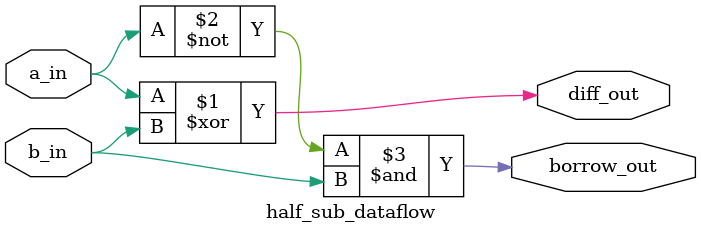
<source format=v>
/****************************************************************************
Description: Half Subtractor Using Dataflow
*****************************************************************************/

module half_sub_dataflow(
	input 		a_in,
    input		b_in,
	output		diff_out,
	output	    borrow_out
);

	assign	diff_out 	= a_in ^ b_in;
	assign 	borrow_out 	= ~a_in & b_in; 

endmodule
</source>
